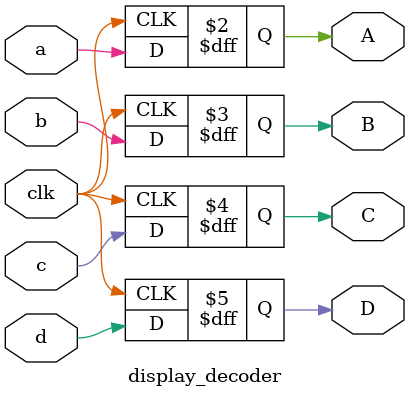
<source format=v>
module display_decoder(
    input  wire clk,
   output wire A,
 output wire B,
output wire C,
output wire D,
input wire a,
input wire b,
input wire c,
input wire d,    
);
always @(posedge clk) begin
  
  A=a;
  B=b;
  C=c;
  D=d;
  
 end
  
endmodule
</source>
